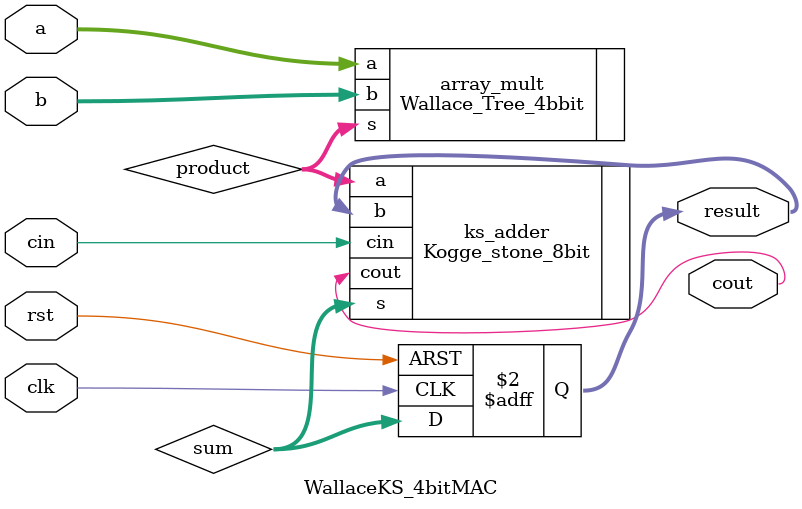
<source format=v>
module WallaceKS_4bitMAC (
    input [3:0] a,            // 4-bit multiplicand
    input [3:0] b,            // 4-bit multiplier
    input clk,                // Clock signal
    input rst,                // Reset signal
    input cin,                // Carry-in for the adder
    output reg [7:0] result,  // 8-bit result of MAC operation
    output cout               // Carry-out from the adder
);

    wire [7:0] product;       // 8-bit product from multiplier
    wire [7:0] sum;           // 8-bit sum from the adder

    // Instantiate the 4-bit Vedic Multiplier
    Wallace_Tree_4bbit array_mult (
        .a(a),
        .b(b),
        .s(product)
    );

    // Instantiate the 8-bit Kogge-Stone Adder
    Kogge_stone_8bit ks_adder (
        .a(product),
        .b(result),
        .cin(cin),
        .s(sum),
        .cout(cout)
    );

    // Always block to update result at each clock edge or reset
    always @(posedge clk or posedge rst) begin
        if (rst) begin
            result <= 8'b0;      // Reset the result to 0
        end else begin
            result <= sum;       // Update result with the sum from adder
        end
    end

endmodule

</source>
